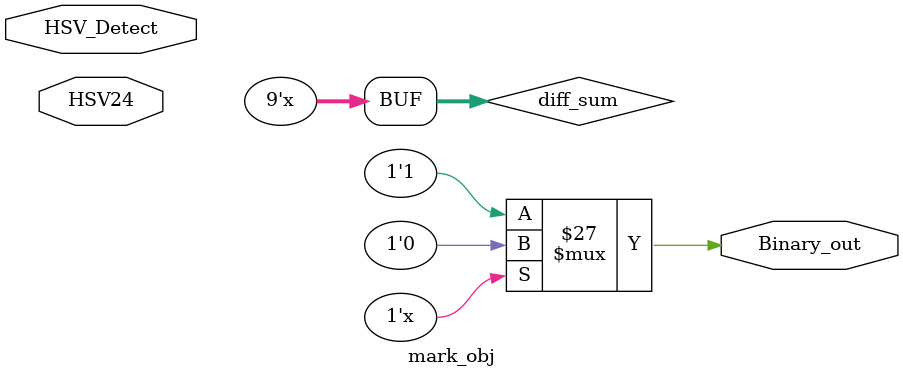
<source format=v>
`timescale 1ns / 1ps

module mark_obj(
input [23:0] HSV24,
input [23:0] HSV_Detect,
output reg Binary_out
);

reg [7:0] H_diff;
reg [7:0] S_diff;
reg [7:0] V_diff;
reg [8:0] diff_sum;

always@(*) begin
	if(HSV24[23:16] > HSV_Detect[23:16])//对画面中的的HSV和采集学习的HSV做差
		H_diff <= HSV24[23:16] - HSV_Detect[23:16];
	else
		H_diff <= HSV_Detect[23:16] - HSV24[23:16];
	if(HSV24[15:8] > HSV_Detect[15:8])
		S_diff <= HSV24[15:8] - HSV_Detect[15:8];
	else
		S_diff <= HSV_Detect[15:8] - HSV24[15:8];
	if(HSV24[7:0] > HSV_Detect[7:0])
		V_diff <= HSV24[7:0] - HSV_Detect[7:0];
	else
		V_diff <= HSV_Detect[7:0] - HSV24[7:0];
        diff_sum <= H_diff/2 + S_diff/4 + V_diff/4;
   if(diff_sum > 20|| H_diff/2 > 6 ||  S_diff/4 > 12 || V_diff/4 >12)//设定阈值
        Binary_out <= 0;
   else
        Binary_out <= 1;
end

endmodule
</source>
